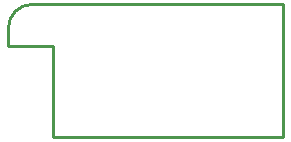
<source format=gm1>
G04 #@! TF.GenerationSoftware,KiCad,Pcbnew,(5.0.1)-4*
G04 #@! TF.CreationDate,2019-01-27T12:38:07-06:00*
G04 #@! TF.ProjectId,power_board,706F7765725F626F6172642E6B696361,rev?*
G04 #@! TF.SameCoordinates,Original*
G04 #@! TF.FileFunction,Profile,NP*
%FSLAX46Y46*%
G04 Gerber Fmt 4.6, Leading zero omitted, Abs format (unit mm)*
G04 Created by KiCad (PCBNEW (5.0.1)-4) date 1/27/2019 12:38:07 PM*
%MOMM*%
%LPD*%
G01*
G04 APERTURE LIST*
%ADD10C,0.254000*%
G04 APERTURE END LIST*
D10*
X147877200Y-111785600D02*
X147877200Y-113285600D01*
X151627200Y-113285600D02*
X147877200Y-113285600D01*
X151627200Y-121035600D02*
X151627200Y-113285600D01*
X171127200Y-121035600D02*
X151627200Y-121035600D01*
X171127200Y-109785600D02*
X171127200Y-121035600D01*
X147878800Y-111785400D02*
G75*
G02X149860000Y-109804200I1981200J0D01*
G01*
X171127200Y-109785600D02*
X149860000Y-109785600D01*
M02*

</source>
